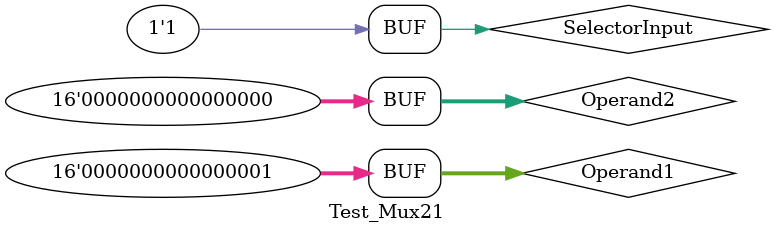
<source format=v>
`timescale 1ns / 1ps
module Test_Mux21;

	// Inputs
	reg [15:0] Operand1;
	reg [15:0] Operand2;
	reg SelectorInput;

	// Outputs
	wire [15:0] Result;

	// Instantiate the Unit Under Test (UUT)
	Mux2_1_16bit uut (
		.Operand1(Operand1), 
		.Operand2(Operand2), 
		.SelectorInput(SelectorInput), 
		.Result(Result)
	);

	initial begin
		// Initialize Inputs
		Operand1 = 0;
		Operand2 = 0;
		SelectorInput = 0;

		// Wait 100 ns for global reset to finish
		#100;
		Operand1 = 1;
		Operand2 = 0;
		SelectorInput = 1;
        
		// Add stimulus here

	end
      
endmodule


</source>
